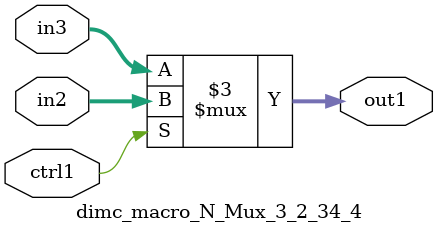
<source format=v>

`timescale 1ps / 1ps


module dimc_macro_N_Mux_3_2_34_4( in3, in2, ctrl1, out1 );

    input [2:0] in3;
    input [2:0] in2;
    input ctrl1;
    output [2:0] out1;
    reg [2:0] out1;

    
    // rtl_process:dimc_macro_N_Mux_3_2_34_4/dimc_macro_N_Mux_3_2_34_4_thread_1
    always @*
      begin : dimc_macro_N_Mux_3_2_34_4_thread_1
        case (ctrl1) 
          1'b1: 
            begin
              out1 = in2;
            end
          default: 
            begin
              out1 = in3;
            end
        endcase
      end

endmodule



</source>
